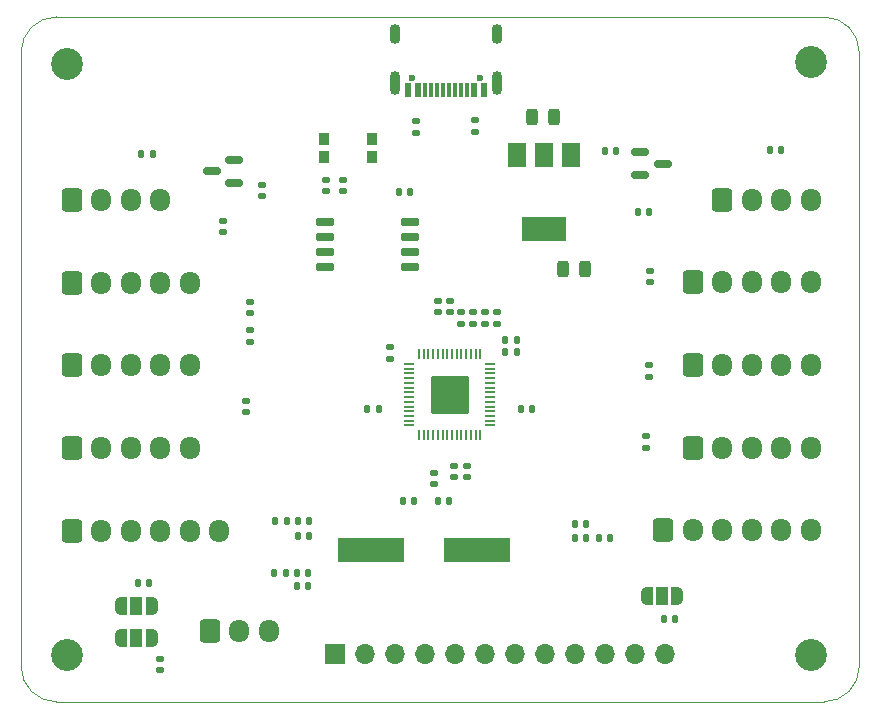
<source format=gbr>
%TF.GenerationSoftware,KiCad,Pcbnew,(6.0.8)*%
%TF.CreationDate,2023-02-03T15:48:26-08:00*%
%TF.ProjectId,RP2040_minimal,52503230-3430-45f6-9d69-6e696d616c2e,REV1*%
%TF.SameCoordinates,Original*%
%TF.FileFunction,Soldermask,Top*%
%TF.FilePolarity,Negative*%
%FSLAX46Y46*%
G04 Gerber Fmt 4.6, Leading zero omitted, Abs format (unit mm)*
G04 Created by KiCad (PCBNEW (6.0.8)) date 2023-02-03 15:48:26*
%MOMM*%
%LPD*%
G01*
G04 APERTURE LIST*
G04 Aperture macros list*
%AMRoundRect*
0 Rectangle with rounded corners*
0 $1 Rounding radius*
0 $2 $3 $4 $5 $6 $7 $8 $9 X,Y pos of 4 corners*
0 Add a 4 corners polygon primitive as box body*
4,1,4,$2,$3,$4,$5,$6,$7,$8,$9,$2,$3,0*
0 Add four circle primitives for the rounded corners*
1,1,$1+$1,$2,$3*
1,1,$1+$1,$4,$5*
1,1,$1+$1,$6,$7*
1,1,$1+$1,$8,$9*
0 Add four rect primitives between the rounded corners*
20,1,$1+$1,$2,$3,$4,$5,0*
20,1,$1+$1,$4,$5,$6,$7,0*
20,1,$1+$1,$6,$7,$8,$9,0*
20,1,$1+$1,$8,$9,$2,$3,0*%
%AMFreePoly0*
4,1,22,0.550000,-0.750000,0.000000,-0.750000,0.000000,-0.745033,-0.079941,-0.743568,-0.215256,-0.701293,-0.333266,-0.622738,-0.424486,-0.514219,-0.481581,-0.384460,-0.499164,-0.250000,-0.500000,-0.250000,-0.500000,0.250000,-0.499164,0.250000,-0.499963,0.256109,-0.478152,0.396186,-0.417904,0.524511,-0.324060,0.630769,-0.204165,0.706417,-0.067858,0.745374,0.000000,0.744959,0.000000,0.750000,
0.550000,0.750000,0.550000,-0.750000,0.550000,-0.750000,$1*%
%AMFreePoly1*
4,1,20,0.000000,0.744959,0.073905,0.744508,0.209726,0.703889,0.328688,0.626782,0.421226,0.519385,0.479903,0.390333,0.500000,0.250000,0.500000,-0.250000,0.499851,-0.262216,0.476331,-0.402017,0.414519,-0.529596,0.319384,-0.634700,0.198574,-0.708877,0.061801,-0.746166,0.000000,-0.745033,0.000000,-0.750000,-0.550000,-0.750000,-0.550000,0.750000,0.000000,0.750000,0.000000,0.744959,
0.000000,0.744959,$1*%
G04 Aperture macros list end*
%TA.AperFunction,Profile*%
%ADD10C,0.010000*%
%TD*%
%ADD11C,0.600000*%
%ADD12R,0.600000X1.160000*%
%ADD13R,0.300000X1.160000*%
%ADD14O,0.900000X2.000000*%
%ADD15O,0.900000X1.700000*%
%ADD16RoundRect,0.243750X-0.243750X-0.456250X0.243750X-0.456250X0.243750X0.456250X-0.243750X0.456250X0*%
%ADD17RoundRect,0.147500X0.172500X-0.147500X0.172500X0.147500X-0.172500X0.147500X-0.172500X-0.147500X0*%
%ADD18RoundRect,0.147500X0.147500X0.172500X-0.147500X0.172500X-0.147500X-0.172500X0.147500X-0.172500X0*%
%ADD19RoundRect,0.147500X-0.172500X0.147500X-0.172500X-0.147500X0.172500X-0.147500X0.172500X0.147500X0*%
%ADD20R,1.500000X2.000000*%
%ADD21R,3.800000X2.000000*%
%ADD22RoundRect,0.150000X-0.650000X-0.150000X0.650000X-0.150000X0.650000X0.150000X-0.650000X0.150000X0*%
%ADD23RoundRect,0.147500X-0.147500X-0.172500X0.147500X-0.172500X0.147500X0.172500X-0.147500X0.172500X0*%
%ADD24RoundRect,0.050000X-0.387500X-0.050000X0.387500X-0.050000X0.387500X0.050000X-0.387500X0.050000X0*%
%ADD25RoundRect,0.050000X-0.050000X-0.387500X0.050000X-0.387500X0.050000X0.387500X-0.050000X0.387500X0*%
%ADD26RoundRect,0.144000X-1.456000X-1.456000X1.456000X-1.456000X1.456000X1.456000X-1.456000X1.456000X0*%
%ADD27C,2.700000*%
%ADD28R,5.600000X2.100000*%
%ADD29RoundRect,0.250000X-0.600000X-0.725000X0.600000X-0.725000X0.600000X0.725000X-0.600000X0.725000X0*%
%ADD30O,1.700000X1.950000*%
%ADD31RoundRect,0.140000X-0.140000X-0.170000X0.140000X-0.170000X0.140000X0.170000X-0.140000X0.170000X0*%
%ADD32RoundRect,0.140000X0.140000X0.170000X-0.140000X0.170000X-0.140000X-0.170000X0.140000X-0.170000X0*%
%ADD33RoundRect,0.140000X0.170000X-0.140000X0.170000X0.140000X-0.170000X0.140000X-0.170000X-0.140000X0*%
%ADD34RoundRect,0.150000X-0.587500X-0.150000X0.587500X-0.150000X0.587500X0.150000X-0.587500X0.150000X0*%
%ADD35R,1.700000X1.700000*%
%ADD36O,1.700000X1.700000*%
%ADD37RoundRect,0.140000X-0.170000X0.140000X-0.170000X-0.140000X0.170000X-0.140000X0.170000X0.140000X0*%
%ADD38FreePoly0,180.000000*%
%ADD39R,1.000000X1.500000*%
%ADD40FreePoly1,180.000000*%
%ADD41R,0.900000X1.000000*%
%ADD42FreePoly0,0.000000*%
%ADD43FreePoly1,0.000000*%
%ADD44RoundRect,0.135000X-0.185000X0.135000X-0.185000X-0.135000X0.185000X-0.135000X0.185000X0.135000X0*%
%ADD45RoundRect,0.150000X0.587500X0.150000X-0.587500X0.150000X-0.587500X-0.150000X0.587500X-0.150000X0*%
G04 APERTURE END LIST*
D10*
X63711300Y-123000000D02*
G75*
G03*
X66711320Y-126000000I3000000J0D01*
G01*
X63711320Y-123000000D02*
X63711320Y-71010000D01*
X66711320Y-126000000D02*
X131690000Y-126000000D01*
X134690000Y-71010000D02*
X134690000Y-123000000D01*
X134690000Y-71010000D02*
G75*
G03*
X131690000Y-68010000I-3000000J0D01*
G01*
X131690000Y-126000000D02*
G75*
G03*
X134690000Y-123000000I0J3000000D01*
G01*
X66711320Y-68010020D02*
G75*
G03*
X63711320Y-71010000I-20J-2999980D01*
G01*
X66711320Y-68010000D02*
X131690000Y-68010000D01*
D11*
%TO.C,J1*%
X102590000Y-73150000D03*
X96810000Y-73150000D03*
D12*
X102900000Y-74210000D03*
X102100000Y-74210000D03*
D13*
X100950000Y-74210000D03*
X99950000Y-74210000D03*
X99450000Y-74210000D03*
X98450000Y-74210000D03*
D12*
X97300000Y-74210000D03*
X96500000Y-74210000D03*
X96500000Y-74210000D03*
X97300000Y-74210000D03*
D13*
X97950000Y-74210000D03*
X98950000Y-74210000D03*
X100450000Y-74210000D03*
X101450000Y-74210000D03*
D12*
X102100000Y-74210000D03*
X102900000Y-74210000D03*
D14*
X95380000Y-73630000D03*
X104020000Y-73630000D03*
D15*
X104020000Y-69460000D03*
X95380000Y-69460000D03*
%TD*%
D16*
%TO.C,C4*%
X109622500Y-89350000D03*
X111497500Y-89350000D03*
%TD*%
D17*
%TO.C,C10*%
X104000000Y-94000000D03*
X104000000Y-93030000D03*
%TD*%
%TO.C,C8*%
X103000000Y-94000000D03*
X103000000Y-93030000D03*
%TD*%
D18*
%TO.C,C13*%
X94000000Y-101200000D03*
X93030000Y-101200000D03*
%TD*%
%TO.C,C5*%
X96670000Y-82830000D03*
X95700000Y-82830000D03*
%TD*%
D19*
%TO.C,R2*%
X91010000Y-81815000D03*
X91010000Y-82785000D03*
%TD*%
D20*
%TO.C,U1*%
X110300000Y-79700000D03*
X108000000Y-79700000D03*
D21*
X108000000Y-86000000D03*
D20*
X105700000Y-79700000D03*
%TD*%
D22*
%TO.C,U2*%
X89450000Y-85370000D03*
X89450000Y-86640000D03*
X89450000Y-87910000D03*
X89450000Y-89180000D03*
X96650000Y-89180000D03*
X96650000Y-87910000D03*
X96650000Y-86640000D03*
X96650000Y-85370000D03*
%TD*%
D23*
%TO.C,C3*%
X99000000Y-109000000D03*
X99970000Y-109000000D03*
%TD*%
D17*
%TO.C,R1*%
X89510000Y-82785000D03*
X89510000Y-81815000D03*
%TD*%
%TO.C,C9*%
X100000000Y-93000000D03*
X100000000Y-92030000D03*
%TD*%
D23*
%TO.C,C12*%
X106000000Y-101200000D03*
X106970000Y-101200000D03*
%TD*%
D19*
%TO.C,C14*%
X100381000Y-106000000D03*
X100381000Y-106970000D03*
%TD*%
%TO.C,R3*%
X101000000Y-93030000D03*
X101000000Y-94000000D03*
%TD*%
%TO.C,C7*%
X101500000Y-106000000D03*
X101500000Y-106970000D03*
%TD*%
D16*
%TO.C,C1*%
X107000000Y-76500000D03*
X108875000Y-76500000D03*
%TD*%
D17*
%TO.C,C11*%
X94980000Y-96940000D03*
X94980000Y-95970000D03*
%TD*%
D23*
%TO.C,C16*%
X104700000Y-95350000D03*
X105670000Y-95350000D03*
%TD*%
D24*
%TO.C,U3*%
X96562500Y-97400000D03*
X96562500Y-97800000D03*
X96562500Y-98200000D03*
X96562500Y-98600000D03*
X96562500Y-99000000D03*
X96562500Y-99400000D03*
X96562500Y-99800000D03*
X96562500Y-100200000D03*
X96562500Y-100600000D03*
X96562500Y-101000000D03*
X96562500Y-101400000D03*
X96562500Y-101800000D03*
X96562500Y-102200000D03*
X96562500Y-102600000D03*
D25*
X97400000Y-103437500D03*
X97800000Y-103437500D03*
X98200000Y-103437500D03*
X98600000Y-103437500D03*
X99000000Y-103437500D03*
X99400000Y-103437500D03*
X99800000Y-103437500D03*
X100200000Y-103437500D03*
X100600000Y-103437500D03*
X101000000Y-103437500D03*
X101400000Y-103437500D03*
X101800000Y-103437500D03*
X102200000Y-103437500D03*
X102600000Y-103437500D03*
D24*
X103437500Y-102600000D03*
X103437500Y-102200000D03*
X103437500Y-101800000D03*
X103437500Y-101400000D03*
X103437500Y-101000000D03*
X103437500Y-100600000D03*
X103437500Y-100200000D03*
X103437500Y-99800000D03*
X103437500Y-99400000D03*
X103437500Y-99000000D03*
X103437500Y-98600000D03*
X103437500Y-98200000D03*
X103437500Y-97800000D03*
X103437500Y-97400000D03*
D25*
X102600000Y-96562500D03*
X102200000Y-96562500D03*
X101800000Y-96562500D03*
X101400000Y-96562500D03*
X101000000Y-96562500D03*
X100600000Y-96562500D03*
X100200000Y-96562500D03*
X99800000Y-96562500D03*
X99400000Y-96562500D03*
X99000000Y-96562500D03*
X98600000Y-96562500D03*
X98200000Y-96562500D03*
X97800000Y-96562500D03*
X97400000Y-96562500D03*
D26*
X100000000Y-100000000D03*
%TD*%
D18*
%TO.C,C2*%
X97000000Y-109000000D03*
X96030000Y-109000000D03*
%TD*%
D27*
%TO.C,H2*%
X130590000Y-71850000D03*
%TD*%
D19*
%TO.C,R4*%
X102000000Y-93030000D03*
X102000000Y-94000000D03*
%TD*%
D27*
%TO.C,H3*%
X130590000Y-122000000D03*
%TD*%
D17*
%TO.C,C6*%
X99000000Y-93000000D03*
X99000000Y-92030000D03*
%TD*%
D23*
%TO.C,C15*%
X104700000Y-96390000D03*
X105670000Y-96390000D03*
%TD*%
D19*
%TO.C,R5*%
X98700000Y-106630000D03*
X98700000Y-107600000D03*
%TD*%
D27*
%TO.C,H1*%
X67590000Y-72000000D03*
%TD*%
%TO.C,H4*%
X67590000Y-122000000D03*
%TD*%
D28*
%TO.C,Y1*%
X93341000Y-113116000D03*
X102341000Y-113116000D03*
%TD*%
D29*
%TO.C,J12*%
X68000000Y-104500000D03*
D30*
X70500000Y-104500000D03*
X73000000Y-104500000D03*
X75500000Y-104500000D03*
X78000000Y-104500000D03*
%TD*%
D29*
%TO.C,J3*%
X118090000Y-111475000D03*
D30*
X120590000Y-111475000D03*
X123090000Y-111475000D03*
X125590000Y-111475000D03*
X128090000Y-111475000D03*
X130590000Y-111475000D03*
%TD*%
D31*
%TO.C,C20*%
X73580000Y-115950000D03*
X74540000Y-115950000D03*
%TD*%
D32*
%TO.C,R24*%
X74870000Y-79600000D03*
X73910000Y-79600000D03*
%TD*%
D31*
%TO.C,R12*%
X85150000Y-115090000D03*
X86110000Y-115090000D03*
%TD*%
D33*
%TO.C,R19*%
X116840000Y-98480000D03*
X116840000Y-97520000D03*
%TD*%
D34*
%TO.C,Q1*%
X116152500Y-79475000D03*
X116152500Y-81375000D03*
X118027500Y-80425000D03*
%TD*%
D35*
%TO.C,J14*%
X90265000Y-121950000D03*
D36*
X92805000Y-121950000D03*
X95345000Y-121950000D03*
X97885000Y-121950000D03*
X100425000Y-121950000D03*
X102965000Y-121950000D03*
X105505000Y-121950000D03*
X108045000Y-121950000D03*
X110585000Y-121950000D03*
X113125000Y-121950000D03*
X115665000Y-121950000D03*
X118205000Y-121950000D03*
%TD*%
D29*
%TO.C,J8*%
X123090000Y-83475000D03*
D30*
X125590000Y-83475000D03*
X128090000Y-83475000D03*
X130590000Y-83475000D03*
%TD*%
D33*
%TO.C,R21*%
X84090000Y-83180000D03*
X84090000Y-82220000D03*
%TD*%
D32*
%TO.C,R9*%
X111540000Y-112150000D03*
X110580000Y-112150000D03*
%TD*%
D37*
%TO.C,R23*%
X82770000Y-100500000D03*
X82770000Y-101460000D03*
%TD*%
D32*
%TO.C,C18*%
X111540000Y-110950000D03*
X110580000Y-110950000D03*
%TD*%
D38*
%TO.C,JP1*%
X119290000Y-117050000D03*
D39*
X117990000Y-117050000D03*
D40*
X116690000Y-117050000D03*
%TD*%
D29*
%TO.C,J7*%
X79690000Y-120025000D03*
D30*
X82190000Y-120025000D03*
X84690000Y-120025000D03*
%TD*%
D41*
%TO.C,SW1*%
X93460000Y-78310000D03*
X89360000Y-78310000D03*
X93460000Y-79910000D03*
X89360000Y-79910000D03*
%TD*%
D42*
%TO.C,JP2*%
X72170000Y-117870000D03*
D39*
X73470000Y-117870000D03*
D43*
X74770000Y-117870000D03*
%TD*%
D37*
%TO.C,R22*%
X116590000Y-103510000D03*
X116590000Y-104470000D03*
%TD*%
D29*
%TO.C,J6*%
X68000000Y-90500000D03*
D30*
X70500000Y-90500000D03*
X73000000Y-90500000D03*
X75500000Y-90500000D03*
X78000000Y-90500000D03*
%TD*%
D44*
%TO.C,R7*%
X97130000Y-76800000D03*
X97130000Y-77820000D03*
%TD*%
D31*
%TO.C,C21*%
X87140000Y-111960000D03*
X88100000Y-111960000D03*
%TD*%
%TO.C,C24*%
X87060000Y-116170000D03*
X88020000Y-116170000D03*
%TD*%
%TO.C,R18*%
X115910000Y-84530000D03*
X116870000Y-84530000D03*
%TD*%
D37*
%TO.C,R25*%
X80800000Y-85280000D03*
X80800000Y-86240000D03*
%TD*%
%TO.C,C23*%
X75440000Y-122370000D03*
X75440000Y-123330000D03*
%TD*%
D31*
%TO.C,R16*%
X113120000Y-79325000D03*
X114080000Y-79325000D03*
%TD*%
%TO.C,R17*%
X127110000Y-79300000D03*
X128070000Y-79300000D03*
%TD*%
D29*
%TO.C,J13*%
X68000000Y-83500000D03*
D30*
X70500000Y-83500000D03*
X73000000Y-83500000D03*
X75500000Y-83500000D03*
%TD*%
D37*
%TO.C,R15*%
X83100000Y-92140000D03*
X83100000Y-93100000D03*
%TD*%
D31*
%TO.C,R11*%
X87170000Y-110700000D03*
X88130000Y-110700000D03*
%TD*%
D33*
%TO.C,R20*%
X83100000Y-95500000D03*
X83100000Y-94540000D03*
%TD*%
D42*
%TO.C,JP3*%
X72170000Y-120570000D03*
D39*
X73470000Y-120570000D03*
D43*
X74770000Y-120570000D03*
%TD*%
D29*
%TO.C,J9*%
X120590000Y-97475000D03*
D30*
X123090000Y-97475000D03*
X125590000Y-97475000D03*
X128090000Y-97475000D03*
X130590000Y-97475000D03*
%TD*%
D37*
%TO.C,R14*%
X116930000Y-89500000D03*
X116930000Y-90460000D03*
%TD*%
D31*
%TO.C,R10*%
X85230000Y-110700000D03*
X86190000Y-110700000D03*
%TD*%
D29*
%TO.C,J10*%
X68000000Y-97500000D03*
D30*
X70500000Y-97500000D03*
X73000000Y-97500000D03*
X75500000Y-97500000D03*
X78000000Y-97500000D03*
%TD*%
D29*
%TO.C,J5*%
X120590000Y-90475000D03*
D30*
X123090000Y-90475000D03*
X125590000Y-90475000D03*
X128090000Y-90475000D03*
X130590000Y-90475000D03*
%TD*%
D45*
%TO.C,Q2*%
X81727500Y-82050000D03*
X81727500Y-80150000D03*
X79852500Y-81100000D03*
%TD*%
D29*
%TO.C,J11*%
X120590000Y-104475000D03*
D30*
X123090000Y-104475000D03*
X125590000Y-104475000D03*
X128090000Y-104475000D03*
X130590000Y-104475000D03*
%TD*%
D31*
%TO.C,R13*%
X87080000Y-115080000D03*
X88040000Y-115080000D03*
%TD*%
D44*
%TO.C,R6*%
X102120000Y-76770000D03*
X102120000Y-77790000D03*
%TD*%
D32*
%TO.C,R8*%
X113570000Y-112160000D03*
X112610000Y-112160000D03*
%TD*%
D29*
%TO.C,J4*%
X68000000Y-111500000D03*
D30*
X70500000Y-111500000D03*
X73000000Y-111500000D03*
X75500000Y-111500000D03*
X78000000Y-111500000D03*
X80500000Y-111500000D03*
%TD*%
D31*
%TO.C,C17*%
X118110000Y-119000000D03*
X119070000Y-119000000D03*
%TD*%
M02*

</source>
